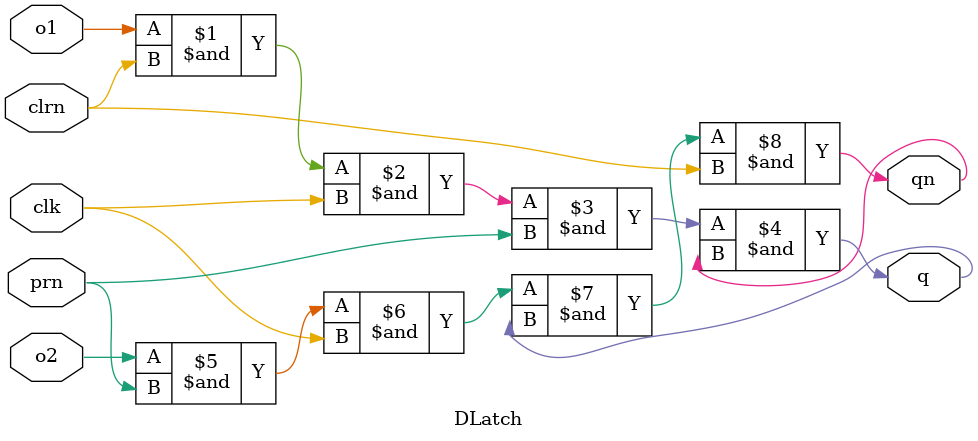
<source format=v>
module DLatch(     input o1,
                   input clrn,
                   input clk,
                   input o2,
                   input prn,
                   output q,
                   output qn);
    assign q = (o1 & clrn & clk) & prn & qn;
    assign qn = (o2 & prn & clk) & q & clrn;
endmodule
</source>
